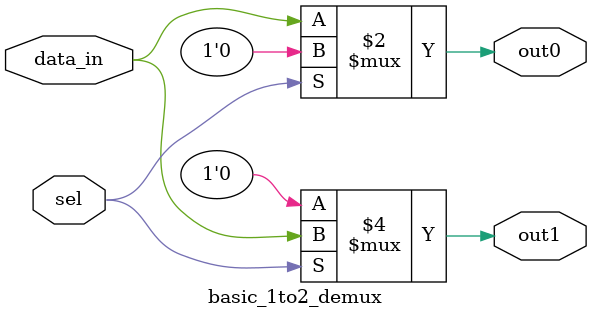
<source format=sv>
module basic_1to2_demux (
    input wire data_in,          // Input data to be routed
    input wire sel,              // Selection line
    output wire out0, out1       // Output lines
);
    // Simple conditional assignment for routing
    assign out0 = (sel == 1'b0) ? data_in : 1'b0;
    assign out1 = (sel == 1'b1) ? data_in : 1'b0;
endmodule
</source>
